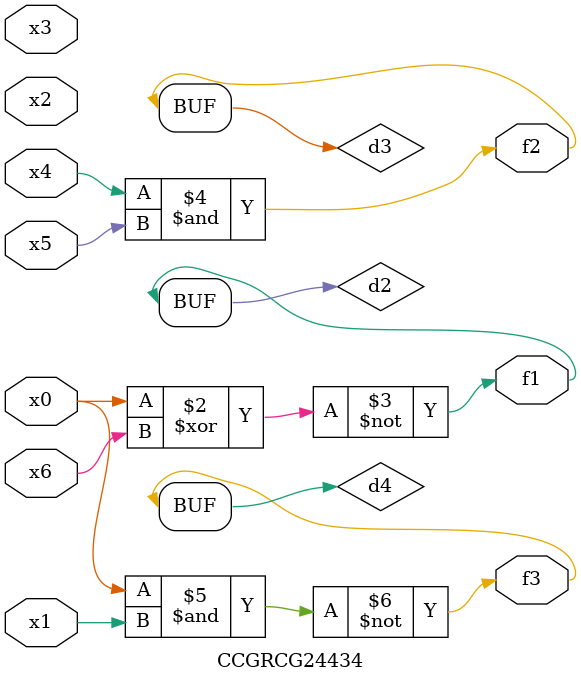
<source format=v>
module CCGRCG24434(
	input x0, x1, x2, x3, x4, x5, x6,
	output f1, f2, f3
);

	wire d1, d2, d3, d4;

	nor (d1, x0);
	xnor (d2, x0, x6);
	and (d3, x4, x5);
	nand (d4, x0, x1);
	assign f1 = d2;
	assign f2 = d3;
	assign f3 = d4;
endmodule

</source>
